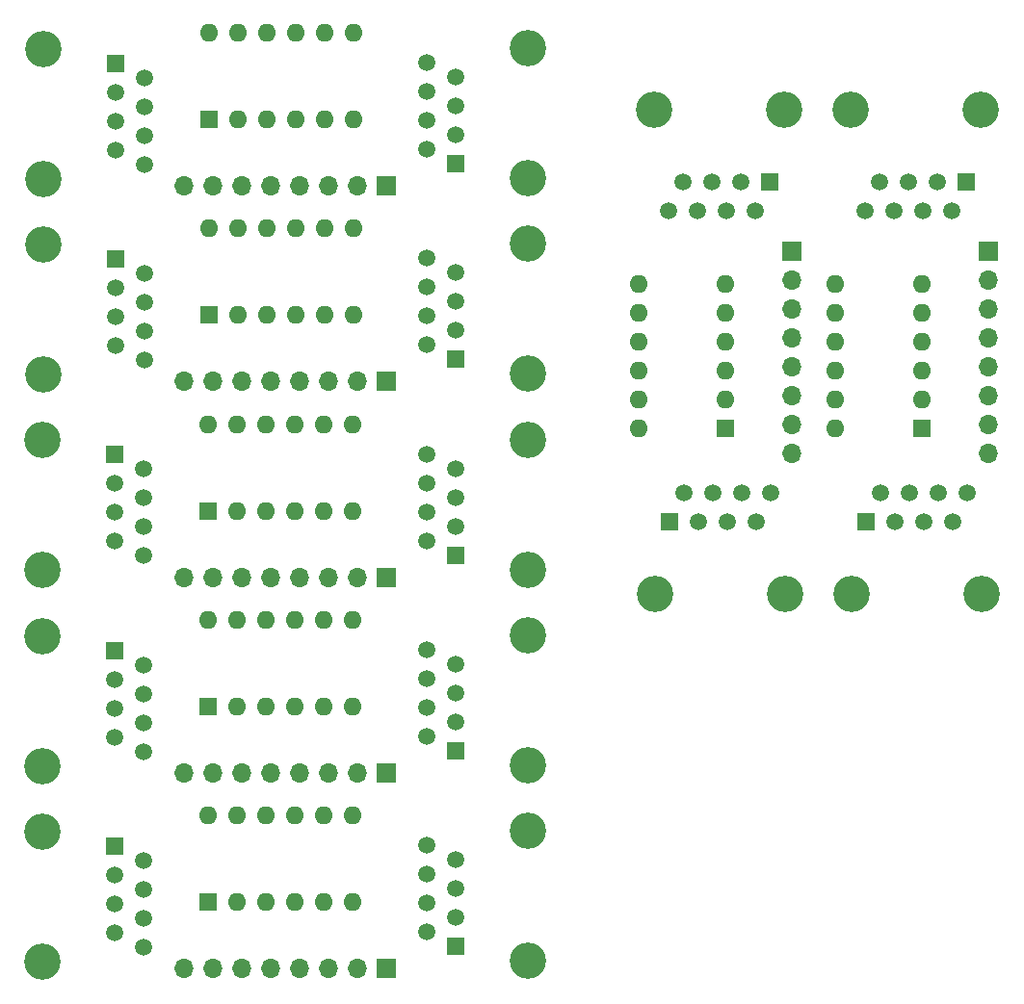
<source format=gbr>
%TF.GenerationSoftware,KiCad,Pcbnew,(6.0.1)*%
%TF.CreationDate,2022-05-21T12:22:48-05:00*%
%TF.ProjectId,modulo,6d6f6475-6c6f-42e6-9b69-6361645f7063,rev?*%
%TF.SameCoordinates,Original*%
%TF.FileFunction,Soldermask,Top*%
%TF.FilePolarity,Negative*%
%FSLAX46Y46*%
G04 Gerber Fmt 4.6, Leading zero omitted, Abs format (unit mm)*
G04 Created by KiCad (PCBNEW (6.0.1)) date 2022-05-21 12:22:48*
%MOMM*%
%LPD*%
G01*
G04 APERTURE LIST*
%ADD10R,1.600000X1.600000*%
%ADD11O,1.600000X1.600000*%
%ADD12C,3.200000*%
%ADD13R,1.500000X1.500000*%
%ADD14C,1.500000*%
%ADD15R,1.700000X1.700000*%
%ADD16O,1.700000X1.700000*%
G04 APERTURE END LIST*
D10*
%TO.C,SW2*%
X129997200Y-78460600D03*
D11*
X129997200Y-75920600D03*
X129997200Y-73380600D03*
X129997200Y-70840600D03*
X129997200Y-68300600D03*
X129997200Y-65760600D03*
X122377200Y-65760600D03*
X122377200Y-68300600D03*
X122377200Y-70840600D03*
X122377200Y-73380600D03*
X122377200Y-75920600D03*
X122377200Y-78460600D03*
%TD*%
D12*
%TO.C,Salida*%
X135168700Y-50413600D03*
X123738700Y-50413600D03*
D13*
X133898700Y-56763600D03*
D14*
X132628700Y-59303600D03*
X131358700Y-56763600D03*
X130088700Y-59303600D03*
X128818700Y-56763600D03*
X127548700Y-59303600D03*
X126278700Y-56763600D03*
X125008700Y-59303600D03*
%TD*%
D10*
%TO.C,SW2*%
X84556600Y-102920800D03*
D11*
X87096600Y-102920800D03*
X89636600Y-102920800D03*
X92176600Y-102920800D03*
X94716600Y-102920800D03*
X97256600Y-102920800D03*
X97256600Y-95300800D03*
X94716600Y-95300800D03*
X92176600Y-95300800D03*
X89636600Y-95300800D03*
X87096600Y-95300800D03*
X84556600Y-95300800D03*
%TD*%
D15*
%TO.C,J1*%
X100202957Y-74320400D03*
D16*
X97662957Y-74320400D03*
X95122957Y-74320400D03*
X92582957Y-74320400D03*
X90042957Y-74320400D03*
X87502957Y-74320400D03*
X84962957Y-74320400D03*
X82422957Y-74320400D03*
%TD*%
D14*
%TO.C,Entrada*%
X151194077Y-84159388D03*
X149924077Y-86699388D03*
X148654077Y-84159388D03*
X147384077Y-86699388D03*
X146114077Y-84159388D03*
X144844077Y-86699388D03*
X143574077Y-84159388D03*
D13*
X142304077Y-86699388D03*
D12*
X152464077Y-93049388D03*
X141034077Y-93049388D03*
%TD*%
%TO.C,Entrada*%
X69971600Y-90943283D03*
X69971600Y-79513283D03*
D13*
X76321600Y-80783283D03*
D14*
X78861600Y-82053283D03*
X76321600Y-83323283D03*
X78861600Y-84593283D03*
X76321600Y-85863283D03*
X78861600Y-87133283D03*
X76321600Y-88403283D03*
X78861600Y-89673283D03*
%TD*%
D10*
%TO.C,SW2*%
X84581957Y-68478400D03*
D11*
X87121957Y-68478400D03*
X89661957Y-68478400D03*
X92201957Y-68478400D03*
X94741957Y-68478400D03*
X97281957Y-68478400D03*
X97281957Y-60858400D03*
X94741957Y-60858400D03*
X92201957Y-60858400D03*
X89661957Y-60858400D03*
X87121957Y-60858400D03*
X84581957Y-60858400D03*
%TD*%
D10*
%TO.C,SW2*%
X84556600Y-120142000D03*
D11*
X87096600Y-120142000D03*
X89636600Y-120142000D03*
X92176600Y-120142000D03*
X94716600Y-120142000D03*
X97256600Y-120142000D03*
X97256600Y-112522000D03*
X94716600Y-112522000D03*
X92176600Y-112522000D03*
X89636600Y-112522000D03*
X87096600Y-112522000D03*
X84556600Y-112522000D03*
%TD*%
D12*
%TO.C,Salida*%
X112603600Y-79442283D03*
X112603600Y-90872283D03*
D13*
X106253600Y-89602283D03*
D14*
X103713600Y-88332283D03*
X106253600Y-87062283D03*
X103713600Y-85792283D03*
X106253600Y-84522283D03*
X103713600Y-83252283D03*
X106253600Y-81982283D03*
X103713600Y-80712283D03*
%TD*%
D12*
%TO.C,Entrada*%
X69971600Y-113954500D03*
X69971600Y-125384500D03*
D13*
X76321600Y-115224500D03*
D14*
X78861600Y-116494500D03*
X76321600Y-117764500D03*
X78861600Y-119034500D03*
X76321600Y-120304500D03*
X78861600Y-121574500D03*
X76321600Y-122844500D03*
X78861600Y-124114500D03*
%TD*%
D15*
%TO.C,J1*%
X100177600Y-91542783D03*
D16*
X97637600Y-91542783D03*
X95097600Y-91542783D03*
X92557600Y-91542783D03*
X90017600Y-91542783D03*
X87477600Y-91542783D03*
X84937600Y-91542783D03*
X82397600Y-91542783D03*
%TD*%
D12*
%TO.C,Entrada*%
X69996957Y-62290900D03*
X69996957Y-73720900D03*
D13*
X76346957Y-63560900D03*
D14*
X78886957Y-64830900D03*
X76346957Y-66100900D03*
X78886957Y-67370900D03*
X76346957Y-68640900D03*
X78886957Y-69910900D03*
X76346957Y-71180900D03*
X78886957Y-72450900D03*
%TD*%
D16*
%TO.C,J1*%
X153063577Y-80623388D03*
X153063577Y-78083388D03*
X153063577Y-75543388D03*
X153063577Y-73003388D03*
X153063577Y-70463388D03*
X153063577Y-67923388D03*
X153063577Y-65383388D03*
D15*
X153063577Y-62843388D03*
%TD*%
D12*
%TO.C,Entrada*%
X69971600Y-96733300D03*
X69971600Y-108163300D03*
D13*
X76321600Y-98003300D03*
D14*
X78861600Y-99273300D03*
X76321600Y-100543300D03*
X78861600Y-101813300D03*
X76321600Y-103083300D03*
X78861600Y-104353300D03*
X76321600Y-105623300D03*
X78861600Y-106893300D03*
%TD*%
D15*
%TO.C,J1*%
X100177600Y-108762800D03*
D16*
X97637600Y-108762800D03*
X95097600Y-108762800D03*
X92557600Y-108762800D03*
X90017600Y-108762800D03*
X87477600Y-108762800D03*
X84937600Y-108762800D03*
X82397600Y-108762800D03*
%TD*%
D15*
%TO.C,J1*%
X100177600Y-125984000D03*
D16*
X97637600Y-125984000D03*
X95097600Y-125984000D03*
X92557600Y-125984000D03*
X90017600Y-125984000D03*
X87477600Y-125984000D03*
X84937600Y-125984000D03*
X82397600Y-125984000D03*
%TD*%
D12*
%TO.C,Salida*%
X112629000Y-56428700D03*
X112629000Y-44998700D03*
D13*
X106279000Y-55158700D03*
D14*
X103739000Y-53888700D03*
X106279000Y-52618700D03*
X103739000Y-51348700D03*
X106279000Y-50078700D03*
X103739000Y-48808700D03*
X106279000Y-47538700D03*
X103739000Y-46268700D03*
%TD*%
D12*
%TO.C,Salida*%
X112603600Y-96662300D03*
X112603600Y-108092300D03*
D13*
X106253600Y-106822300D03*
D14*
X103713600Y-105552300D03*
X106253600Y-104282300D03*
X103713600Y-103012300D03*
X106253600Y-101742300D03*
X103713600Y-100472300D03*
X106253600Y-99202300D03*
X103713600Y-97932300D03*
%TD*%
D12*
%TO.C,Salida*%
X112603600Y-113883500D03*
X112603600Y-125313500D03*
D13*
X106253600Y-124043500D03*
D14*
X103713600Y-122773500D03*
X106253600Y-121503500D03*
X103713600Y-120233500D03*
X106253600Y-118963500D03*
X103713600Y-117693500D03*
X106253600Y-116423500D03*
X103713600Y-115153500D03*
%TD*%
D11*
%TO.C,SW2*%
X139601577Y-78464388D03*
X139601577Y-75924388D03*
X139601577Y-73384388D03*
X139601577Y-70844388D03*
X139601577Y-68304388D03*
X139601577Y-65764388D03*
X147221577Y-65764388D03*
X147221577Y-68304388D03*
X147221577Y-70844388D03*
X147221577Y-73384388D03*
X147221577Y-75924388D03*
D10*
X147221577Y-78464388D03*
%TD*%
D12*
%TO.C,Entrada*%
X69997000Y-45069700D03*
X69997000Y-56499700D03*
D13*
X76347000Y-46339700D03*
D14*
X78887000Y-47609700D03*
X76347000Y-48879700D03*
X78887000Y-50149700D03*
X76347000Y-51419700D03*
X78887000Y-52689700D03*
X76347000Y-53959700D03*
X78887000Y-55229700D03*
%TD*%
D10*
%TO.C,SW2*%
X84556600Y-85700783D03*
D11*
X87096600Y-85700783D03*
X89636600Y-85700783D03*
X92176600Y-85700783D03*
X94716600Y-85700783D03*
X97256600Y-85700783D03*
X97256600Y-78080783D03*
X94716600Y-78080783D03*
X92176600Y-78080783D03*
X89636600Y-78080783D03*
X87096600Y-78080783D03*
X84556600Y-78080783D03*
%TD*%
D12*
%TO.C,Entrada*%
X123809700Y-93045600D03*
X135239700Y-93045600D03*
D13*
X125079700Y-86695600D03*
D14*
X126349700Y-84155600D03*
X127619700Y-86695600D03*
X128889700Y-84155600D03*
X130159700Y-86695600D03*
X131429700Y-84155600D03*
X132699700Y-86695600D03*
X133969700Y-84155600D03*
%TD*%
%TO.C,Salida*%
X142233077Y-59307388D03*
X143503077Y-56767388D03*
X144773077Y-59307388D03*
X146043077Y-56767388D03*
X147313077Y-59307388D03*
X148583077Y-56767388D03*
X149853077Y-59307388D03*
D13*
X151123077Y-56767388D03*
D12*
X140963077Y-50417388D03*
X152393077Y-50417388D03*
%TD*%
D15*
%TO.C,J1*%
X100203000Y-57099200D03*
D16*
X97663000Y-57099200D03*
X95123000Y-57099200D03*
X92583000Y-57099200D03*
X90043000Y-57099200D03*
X87503000Y-57099200D03*
X84963000Y-57099200D03*
X82423000Y-57099200D03*
%TD*%
D15*
%TO.C,J1*%
X135839200Y-62839600D03*
D16*
X135839200Y-65379600D03*
X135839200Y-67919600D03*
X135839200Y-70459600D03*
X135839200Y-72999600D03*
X135839200Y-75539600D03*
X135839200Y-78079600D03*
X135839200Y-80619600D03*
%TD*%
D10*
%TO.C,SW2*%
X84582000Y-51257200D03*
D11*
X87122000Y-51257200D03*
X89662000Y-51257200D03*
X92202000Y-51257200D03*
X94742000Y-51257200D03*
X97282000Y-51257200D03*
X97282000Y-43637200D03*
X94742000Y-43637200D03*
X92202000Y-43637200D03*
X89662000Y-43637200D03*
X87122000Y-43637200D03*
X84582000Y-43637200D03*
%TD*%
D12*
%TO.C,Salida*%
X112628957Y-62219900D03*
X112628957Y-73649900D03*
D13*
X106278957Y-72379900D03*
D14*
X103738957Y-71109900D03*
X106278957Y-69839900D03*
X103738957Y-68569900D03*
X106278957Y-67299900D03*
X103738957Y-66029900D03*
X106278957Y-64759900D03*
X103738957Y-63489900D03*
%TD*%
M02*

</source>
